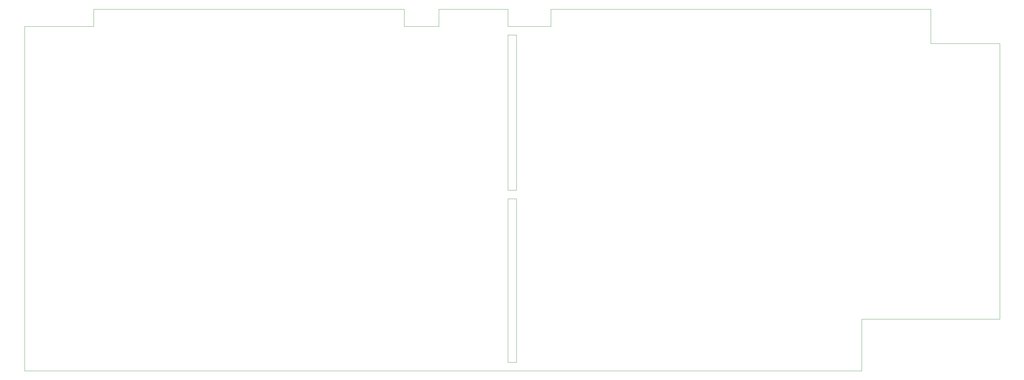
<source format=gbr>
G04 #@! TF.GenerationSoftware,KiCad,Pcbnew,5.1.6-c6e7f7d~87~ubuntu16.04.1*
G04 #@! TF.CreationDate,2020-11-01T04:30:44+09:00*
G04 #@! TF.ProjectId,ninja60,6e696e6a-6136-4302-9e6b-696361645f70,rev?*
G04 #@! TF.SameCoordinates,Original*
G04 #@! TF.FileFunction,Profile,NP*
%FSLAX46Y46*%
G04 Gerber Fmt 4.6, Leading zero omitted, Abs format (unit mm)*
G04 Created by KiCad (PCBNEW 5.1.6-c6e7f7d~87~ubuntu16.04.1) date 2020-11-01 04:30:44*
%MOMM*%
%LPD*%
G01*
G04 APERTURE LIST*
G04 #@! TA.AperFunction,Profile*
%ADD10C,0.050000*%
G04 #@! TD*
G04 APERTURE END LIST*
D10*
X204787500Y-192881250D02*
X204787500Y-147637500D01*
X207168750Y-192881250D02*
X204787500Y-192881250D01*
X207168750Y-147637500D02*
X207168750Y-192881250D01*
X204787500Y-147637500D02*
X207168750Y-147637500D01*
X204787500Y-145256250D02*
X204788360Y-102394180D01*
X207168750Y-145256250D02*
X204787500Y-145256250D01*
X207168750Y-102394180D02*
X207168750Y-145256250D01*
X204788360Y-102394180D02*
X207168750Y-102394180D01*
X302418750Y-195262500D02*
X71437500Y-195262500D01*
X302418750Y-180975000D02*
X302418750Y-195262500D01*
X340518750Y-180975000D02*
X302418750Y-180975000D01*
X340518750Y-104775000D02*
X340518750Y-180975000D01*
X321468750Y-104775000D02*
X340518750Y-104775000D01*
X321468750Y-95250000D02*
X321468750Y-104775000D01*
X216694660Y-95250400D02*
X321468750Y-95250000D01*
X216694660Y-100012500D02*
X216694660Y-95250000D01*
X204788360Y-100012500D02*
X216694660Y-100012920D01*
X204788360Y-95250000D02*
X204788360Y-100012500D01*
X185737500Y-95250000D02*
X204788360Y-95250000D01*
X185737500Y-100012500D02*
X185737500Y-95250000D01*
X176212500Y-100012500D02*
X185737500Y-100012500D01*
X176212500Y-95250000D02*
X176212500Y-100012500D01*
X90487500Y-95250000D02*
X176212500Y-95250000D01*
X90487500Y-100012500D02*
X90487500Y-95250000D01*
X71437500Y-100012500D02*
X90487500Y-100012500D01*
X71437500Y-195262500D02*
X71437500Y-100012500D01*
M02*

</source>
